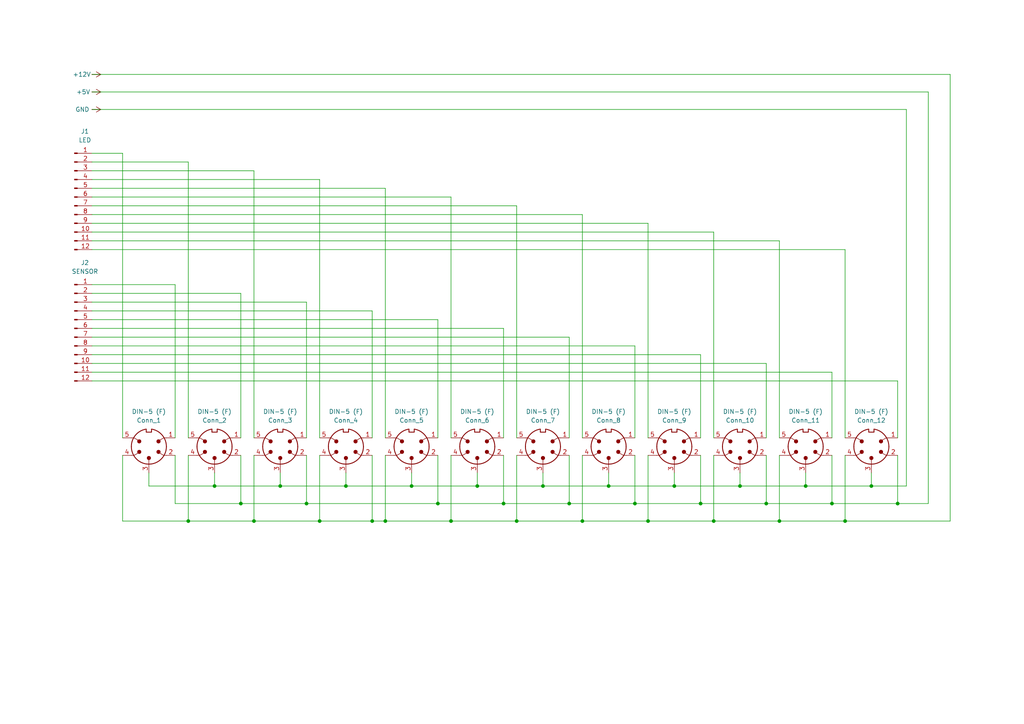
<source format=kicad_sch>
(kicad_sch (version 20231120) (generator "eeschema") (generator_version "8.0")
  (paper "A4")
  (title_block (title "Esquema Eléctrico Cableado Intermedio") (date "2025-01-29") (company "Andtonic Studios"))
  (lib_symbols
    (symbol "+5V_1" (power) (pin_numbers hide) (pin_names (offset 0) hide)
      (property "Value" "+5V" (at 0 3.556 0))
      (symbol "+5V_1_0_1"
        (polyline (pts (xy -0.762 1.27) (xy 0 2.54)))
        (polyline (pts (xy 0 0) (xy 0 2.54)))
        (polyline (pts (xy 0 2.54) (xy 0.762 1.27)))
      )
      (symbol "+5V_1_1_1"
        (pin power_in line (at 0 0 90) (length 0) (name "~") (number "1"))
      )
    )
    (symbol "Connector:Conn_01x12_Pin" (pin_names (offset 1.016) hide)
      (property "Reference" "J" (at 0 15.24 0))
      (property "Value" "Conn_01x12_Pin" (at 0 -17.78 0))
      (symbol "Conn_01x12_Pin_1_1"
        (polyline (pts (xy 1.27 -15.24) (xy 0.8636 -15.24)) (stroke (width 0.1524)))
        (polyline (pts (xy 1.27 -12.7) (xy 0.8636 -12.7)) (stroke (width 0.1524)))
        (polyline (pts (xy 1.27 -10.16) (xy 0.8636 -10.16)) (stroke (width 0.1524)))
        (polyline (pts (xy 1.27 -7.62) (xy 0.8636 -7.62)) (stroke (width 0.1524)))
        (polyline (pts (xy 1.27 -5.08) (xy 0.8636 -5.08)) (stroke (width 0.1524)))
        (polyline (pts (xy 1.27 -2.54) (xy 0.8636 -2.54)) (stroke (width 0.1524)))
        (polyline (pts (xy 1.27 0) (xy 0.8636 0)) (stroke (width 0.1524)))
        (polyline (pts (xy 1.27 2.54) (xy 0.8636 2.54)) (stroke (width 0.1524)))
        (polyline (pts (xy 1.27 5.08) (xy 0.8636 5.08)) (stroke (width 0.1524)))
        (polyline (pts (xy 1.27 7.62) (xy 0.8636 7.62)) (stroke (width 0.1524)))
        (polyline (pts (xy 1.27 10.16) (xy 0.8636 10.16)) (stroke (width 0.1524)))
        (polyline (pts (xy 1.27 12.7) (xy 0.8636 12.7)) (stroke (width 0.1524)))
        (rectangle (start 0.8636 -15.113) (end 0 -15.367) (stroke (width 0.1524)) (fill (type outline)))
        (rectangle (start 0.8636 -12.573) (end 0 -12.827) (stroke (width 0.1524)) (fill (type outline)))
        (rectangle (start 0.8636 -10.033) (end 0 -10.287) (stroke (width 0.1524)) (fill (type outline)))
        (rectangle (start 0.8636 -7.493) (end 0 -7.747) (stroke (width 0.1524)) (fill (type outline)))
        (rectangle (start 0.8636 -4.953) (end 0 -5.207) (stroke (width 0.1524)) (fill (type outline)))
        (rectangle (start 0.8636 -2.413) (end 0 -2.667) (stroke (width 0.1524)) (fill (type outline)))
        (rectangle (start 0.8636 0.127) (end 0 -0.127) (stroke (width 0.1524)) (fill (type outline)))
        (rectangle (start 0.8636 2.667) (end 0 2.413) (stroke (width 0.1524)) (fill (type outline)))
        (rectangle (start 0.8636 5.207) (end 0 4.953) (stroke (width 0.1524)) (fill (type outline)))
        (rectangle (start 0.8636 7.747) (end 0 7.493) (stroke (width 0.1524)) (fill (type outline)))
        (rectangle (start 0.8636 10.287) (end 0 10.033) (stroke (width 0.1524)) (fill (type outline)))
        (rectangle (start 0.8636 12.827) (end 0 12.573) (stroke (width 0.1524)) (fill (type outline)))
        (pin passive line (at 5.08 12.7 180) (length 3.81) (name "Pin_1") (number "1"))
        (pin passive line (at 5.08 -10.16 180) (length 3.81) (name "Pin_10") (number "10"))
        (pin passive line (at 5.08 -12.7 180) (length 3.81) (name "Pin_11") (number "11"))
        (pin passive line (at 5.08 -15.24 180) (length 3.81) (name "Pin_12") (number "12"))
        (pin passive line (at 5.08 10.16 180) (length 3.81) (name "Pin_2") (number "2"))
        (pin passive line (at 5.08 7.62 180) (length 3.81) (name "Pin_3") (number "3"))
        (pin passive line (at 5.08 5.08 180) (length 3.81) (name "Pin_4") (number "4"))
        (pin passive line (at 5.08 2.54 180) (length 3.81) (name "Pin_5") (number "5"))
        (pin passive line (at 5.08 0 180) (length 3.81) (name "Pin_6") (number "6"))
        (pin passive line (at 5.08 -2.54 180) (length 3.81) (name "Pin_7") (number "7"))
        (pin passive line (at 5.08 -5.08 180) (length 3.81) (name "Pin_8") (number "8"))
        (pin passive line (at 5.08 -7.62 180) (length 3.81) (name "Pin_9") (number "9"))
      )
    )
    (symbol "DIN-5_1" (pin_names (offset 1.016))
      (property "Reference" "J2" (at 0.0001 -7.62 0))
      (property "Value" "DIN-5" (at 0.0001 -10.16 0))
      (symbol "DIN-5_1_0_1"
        (arc (start -5.08 0) (mid -3.8609 -3.3364) (end -0.762 -5.08) (stroke (width 0.254)))
        (circle (center -2.794 -1.524) (radius 0.508) (fill (type outline)))
        (circle (center -2.794 1.524) (radius 0.508) (fill (type outline)))
        (polyline (pts (xy 0 5.08) (xy 0 3.81)))
        (polyline (pts (xy -5.08 -2.54) (xy -4.318 -2.54) (xy -3.175 -1.905)))
        (polyline (pts (xy -5.08 2.54) (xy -4.318 2.54) (xy -3.175 1.905)))
        (polyline (pts (xy 5.08 -2.54) (xy 4.318 -2.54) (xy 3.175 -1.905)))
        (polyline (pts (xy 5.08 2.54) (xy 4.318 2.54) (xy 3.175 1.905)))
        (polyline (pts (xy -0.762 -4.953) (xy -0.762 -4.191) (xy 0.762 -4.191) (xy 0.762 -4.953)) (stroke (width 0.254)))
        (circle (center 0 3.302) (radius 0.508) (fill (type outline)))
        (arc (start 0.762 -5.08) (mid 3.8685 -3.343) (end 5.08 0) (stroke (width 0.254)))
        (circle (center 2.794 -1.524) (radius 0.508) (fill (type outline)))
        (circle (center 2.794 1.524) (radius 0.508) (fill (type outline)))
        (arc (start 5.08 0) (mid 0 5.0579) (end -5.08 0) (stroke (width 0.254)))
      )
      (symbol "DIN-5_1_1_1"
        (pin passive line (at -7.62 -2.54 0) (length 2.54) (name "~") (number "1"))
        (pin passive line (at -7.62 2.54 0) (length 2.54) (name "~") (number "2"))
        (pin passive line (at 0 7.62 270) (length 2.54) (name "~") (number "3"))
        (pin passive line (at 7.62 2.54 180) (length 2.54) (name "~") (number "4"))
        (pin passive line (at 7.62 -2.54 180) (length 2.54) (name "~") (number "5"))
      )
    )
    (symbol "power:+5V" (power) (pin_numbers hide) (pin_names (offset 0) hide)
      (property "Value" "+5V" (at 0 3.556 0))
      (symbol "+5V_0_1"
        (polyline (pts (xy -0.762 1.27) (xy 0 2.54)))
        (polyline (pts (xy 0 0) (xy 0 2.54)))
        (polyline (pts (xy 0 2.54) (xy 0.762 1.27)))
      )
      (symbol "+5V_1_1"
        (pin power_in line (at 0 0 90) (length 0) (name "~") (number "1"))
      )
    )
  )
  (junction (at 146.05 146.05))
  (junction (at 184.15 146.05))
  (junction (at 73.66 151.13))
  (junction (at 241.3 146.05))
  (junction (at 100.33 140.97))
  (junction (at 157.48 140.97))
  (junction (at 119.38 140.97))
  (junction (at 207.01 151.13))
  (junction (at 176.53 140.97))
  (junction (at 168.91 151.13))
  (junction (at 203.2 146.05))
  (junction (at 195.58 140.97))
  (junction (at 107.95 151.13))
  (junction (at 92.71 151.13))
  (junction (at 69.85 146.05))
  (junction (at 222.25 146.05))
  (junction (at 233.68 140.97))
  (junction (at 214.63 140.97))
  (junction (at 130.81 151.13))
  (junction (at 245.11 151.13))
  (junction (at 187.96 151.13))
  (junction (at 260.35 146.05))
  (junction (at 54.61 151.13))
  (junction (at 81.28 140.97))
  (junction (at 149.86 151.13))
  (junction (at 127 146.05))
  (junction (at 88.9 146.05))
  (junction (at 138.43 140.97))
  (junction (at 111.76 151.13))
  (junction (at 252.73 140.97))
  (junction (at 226.06 151.13))
  (junction (at 62.23 140.97))
  (junction (at 165.1 146.05))
  (wire (pts (xy 69.85 146.05) (xy 50.8 146.05)))
  (wire (pts (xy 119.38 140.97) (xy 100.33 140.97)))
  (wire (pts (xy 149.86 151.13) (xy 130.81 151.13)))
  (wire (pts (xy 203.2 146.05) (xy 184.15 146.05)))
  (wire (pts (xy 184.15 132.08) (xy 184.15 146.05)))
  (wire (pts (xy 214.63 140.97) (xy 195.58 140.97)))
  (wire (pts (xy 146.05 132.08) (xy 146.05 146.05)))
  (wire (pts (xy 26.67 92.71) (xy 127 92.71)))
  (wire (pts (xy 195.58 137.16) (xy 195.58 140.97)))
  (wire (pts (xy 269.24 26.67) (xy 269.24 146.05)))
  (wire (pts (xy 100.33 137.16) (xy 100.33 140.97)))
  (wire (pts (xy 138.43 140.97) (xy 119.38 140.97)))
  (wire (pts (xy 50.8 132.08) (xy 50.8 146.05)))
  (wire (pts (xy 54.61 132.08) (xy 54.61 151.13)))
  (wire (pts (xy 26.67 72.39) (xy 245.11 72.39)))
  (wire (pts (xy 176.53 137.16) (xy 176.53 140.97)))
  (wire (pts (xy 245.11 132.08) (xy 245.11 151.13)))
  (wire (pts (xy 184.15 100.33) (xy 184.15 127)))
  (wire (pts (xy 207.01 67.31) (xy 207.01 127)))
  (wire (pts (xy 26.67 95.25) (xy 146.05 95.25)))
  (wire (pts (xy 184.15 146.05) (xy 165.1 146.05)))
  (wire (pts (xy 88.9 132.08) (xy 88.9 146.05)))
  (wire (pts (xy 127 132.08) (xy 127 146.05)))
  (wire (pts (xy 245.11 151.13) (xy 226.06 151.13)))
  (wire (pts (xy 26.67 52.07) (xy 92.71 52.07)))
  (wire (pts (xy 26.67 87.63) (xy 88.9 87.63)))
  (wire (pts (xy 88.9 146.05) (xy 69.85 146.05)))
  (wire (pts (xy 130.81 132.08) (xy 130.81 151.13)))
  (wire (pts (xy 54.61 46.99) (xy 54.61 127)))
  (wire (pts (xy 262.89 140.97) (xy 252.73 140.97)))
  (wire (pts (xy 73.66 132.08) (xy 73.66 151.13)))
  (wire (pts (xy 35.56 151.13) (xy 35.56 132.08)))
  (wire (pts (xy 203.2 102.87) (xy 203.2 127)))
  (wire (pts (xy 107.95 151.13) (xy 92.71 151.13)))
  (wire (pts (xy 157.48 140.97) (xy 138.43 140.97)))
  (wire (pts (xy 241.3 146.05) (xy 222.25 146.05)))
  (wire (pts (xy 26.67 49.53) (xy 73.66 49.53)))
  (wire (pts (xy 26.67 64.77) (xy 187.96 64.77)))
  (wire (pts (xy 26.67 67.31) (xy 207.01 67.31)))
  (wire (pts (xy 130.81 57.15) (xy 130.81 127)))
  (wire (pts (xy 73.66 151.13) (xy 54.61 151.13)))
  (wire (pts (xy 252.73 140.97) (xy 233.68 140.97)))
  (wire (pts (xy 168.91 151.13) (xy 149.86 151.13)))
  (wire (pts (xy 149.86 59.69) (xy 149.86 127)))
  (wire (pts (xy 214.63 137.16) (xy 214.63 140.97)))
  (wire (pts (xy 138.43 137.16) (xy 138.43 140.97)))
  (wire (pts (xy 26.67 100.33) (xy 184.15 100.33)))
  (wire (pts (xy 26.67 59.69) (xy 149.86 59.69)))
  (wire (pts (xy 100.33 140.97) (xy 81.28 140.97)))
  (wire (pts (xy 111.76 132.08) (xy 111.76 151.13)))
  (wire (pts (xy 241.3 107.95) (xy 241.3 127)))
  (wire (pts (xy 127 92.71) (xy 127 127)))
  (wire (pts (xy 107.95 90.17) (xy 107.95 127)))
  (wire (pts (xy 26.67 69.85) (xy 226.06 69.85)))
  (wire (pts (xy 35.56 44.45) (xy 35.56 127)))
  (wire (pts (xy 187.96 132.08) (xy 187.96 151.13)))
  (wire (pts (xy 275.59 151.13) (xy 245.11 151.13)))
  (wire (pts (xy 69.85 132.08) (xy 69.85 146.05)))
  (wire (pts (xy 165.1 132.08) (xy 165.1 146.05)))
  (wire (pts (xy 146.05 146.05) (xy 127 146.05)))
  (wire (pts (xy 241.3 132.08) (xy 241.3 146.05)))
  (wire (pts (xy 62.23 140.97) (xy 43.18 140.97)))
  (wire (pts (xy 187.96 64.77) (xy 187.96 127)))
  (wire (pts (xy 26.67 54.61) (xy 111.76 54.61)))
  (wire (pts (xy 92.71 132.08) (xy 92.71 151.13)))
  (wire (pts (xy 62.23 137.16) (xy 62.23 140.97)))
  (wire (pts (xy 260.35 132.08) (xy 260.35 146.05)))
  (wire (pts (xy 26.67 82.55) (xy 50.8 82.55)))
  (wire (pts (xy 92.71 52.07) (xy 92.71 127)))
  (wire (pts (xy 146.05 95.25) (xy 146.05 127)))
  (wire (pts (xy 165.1 97.79) (xy 165.1 127)))
  (wire (pts (xy 26.67 62.23) (xy 168.91 62.23)))
  (wire (pts (xy 26.67 46.99) (xy 54.61 46.99)))
  (wire (pts (xy 127 146.05) (xy 88.9 146.05)))
  (wire (pts (xy 26.67 57.15) (xy 130.81 57.15)))
  (wire (pts (xy 92.71 151.13) (xy 73.66 151.13)))
  (wire (pts (xy 107.95 132.08) (xy 107.95 151.13)))
  (wire (pts (xy 81.28 140.97) (xy 62.23 140.97)))
  (wire (pts (xy 222.25 146.05) (xy 203.2 146.05)))
  (wire (pts (xy 26.67 26.67) (xy 269.24 26.67)))
  (wire (pts (xy 73.66 49.53) (xy 73.66 127)))
  (wire (pts (xy 262.89 31.75) (xy 262.89 140.97)))
  (wire (pts (xy 233.68 137.16) (xy 233.68 140.97)))
  (wire (pts (xy 269.24 146.05) (xy 260.35 146.05)))
  (wire (pts (xy 69.85 85.09) (xy 69.85 127)))
  (wire (pts (xy 43.18 140.97) (xy 43.18 137.16)))
  (wire (pts (xy 130.81 151.13) (xy 111.76 151.13)))
  (wire (pts (xy 81.28 137.16) (xy 81.28 140.97)))
  (wire (pts (xy 260.35 146.05) (xy 241.3 146.05)))
  (wire (pts (xy 54.61 151.13) (xy 35.56 151.13)))
  (wire (pts (xy 187.96 151.13) (xy 168.91 151.13)))
  (wire (pts (xy 26.67 110.49) (xy 260.35 110.49)))
  (wire (pts (xy 222.25 132.08) (xy 222.25 146.05)))
  (wire (pts (xy 168.91 132.08) (xy 168.91 151.13)))
  (wire (pts (xy 226.06 69.85) (xy 226.06 127)))
  (wire (pts (xy 157.48 137.16) (xy 157.48 140.97)))
  (wire (pts (xy 26.67 44.45) (xy 35.56 44.45)))
  (wire (pts (xy 260.35 110.49) (xy 260.35 127)))
  (wire (pts (xy 111.76 151.13) (xy 107.95 151.13)))
  (wire (pts (xy 233.68 140.97) (xy 214.63 140.97)))
  (wire (pts (xy 26.67 102.87) (xy 203.2 102.87)))
  (wire (pts (xy 50.8 82.55) (xy 50.8 127)))
  (wire (pts (xy 226.06 151.13) (xy 207.01 151.13)))
  (wire (pts (xy 207.01 132.08) (xy 207.01 151.13)))
  (wire (pts (xy 203.2 132.08) (xy 203.2 146.05)))
  (wire (pts (xy 252.73 137.16) (xy 252.73 140.97)))
  (wire (pts (xy 26.67 90.17) (xy 107.95 90.17)))
  (wire (pts (xy 195.58 140.97) (xy 176.53 140.97)))
  (wire (pts (xy 88.9 87.63) (xy 88.9 127)))
  (wire (pts (xy 226.06 132.08) (xy 226.06 151.13)))
  (wire (pts (xy 245.11 72.39) (xy 245.11 127)))
  (wire (pts (xy 26.67 105.41) (xy 222.25 105.41)))
  (wire (pts (xy 26.67 107.95) (xy 241.3 107.95)))
  (wire (pts (xy 119.38 137.16) (xy 119.38 140.97)))
  (wire (pts (xy 207.01 151.13) (xy 187.96 151.13)))
  (wire (pts (xy 168.91 62.23) (xy 168.91 127)))
  (wire (pts (xy 222.25 105.41) (xy 222.25 127)))
  (wire (pts (xy 26.67 21.59) (xy 275.59 21.59)))
  (wire (pts (xy 26.67 97.79) (xy 165.1 97.79)))
  (wire (pts (xy 111.76 54.61) (xy 111.76 127)))
  (wire (pts (xy 165.1 146.05) (xy 146.05 146.05)))
  (wire (pts (xy 275.59 21.59) (xy 275.59 151.13)))
  (wire (pts (xy 176.53 140.97) (xy 157.48 140.97)))
  (wire (pts (xy 149.86 132.08) (xy 149.86 151.13)))
  (wire (pts (xy 26.67 31.75) (xy 262.89 31.75)))
  (wire (pts (xy 26.67 85.09) (xy 69.85 85.09)))
  (symbol (lib_id "Connector:Conn_01x12_Pin") (at 21.59 57.15 0) (unit 1)
    (property "Reference" "J1" (at 24.638 38.1 0))
    (property "Value" "LED" (at 24.638 40.64 0))
    (property "Description" "Generic connector, single row, 01x12, script generated" (effects (hide yes)))
  )
  (symbol (lib_name "DIN-5_1") (lib_id "Connector:DIN-5") (at 233.68 129.54 180) (unit 1)
    (property "Reference" "Conn_11" (at 233.6799 121.92 0))
    (property "Value" "DIN-5 (F)" (at 233.6799 119.38 0))
    (property "Datasheet" "http://www.mouser.com/ds/2/18/40_c091_abd_e-75918.pdf" (effects (hide yes)))
    (property "Description" "5-pin DIN connector" (effects (hide yes)))
  )
  (symbol (lib_name "DIN-5_1") (lib_id "Connector:DIN-5") (at 138.43 129.54 180) (unit 1)
    (property "Reference" "Conn_6" (at 138.4299 121.92 0))
    (property "Value" "DIN-5 (F)" (at 138.4299 119.38 0))
    (property "Datasheet" "http://www.mouser.com/ds/2/18/40_c091_abd_e-75918.pdf" (effects (hide yes)))
    (property "Description" "5-pin DIN connector" (effects (hide yes)))
  )
  (symbol (lib_name "+5V_1") (lib_id "power:+5V") (at 26.67 26.67 270) (unit 1)
    (property "Reference" "#PWR01" (effects (hide yes)))
    (property "Value" "+5V" (at 22.098 26.67 90) (effects (justify left)))
    (property "Description" "Power symbol creates a global label with name \"+5V\"" (effects (hide yes)))
  )
  (symbol (lib_name "DIN-5_1") (lib_id "Connector:DIN-5") (at 195.58 129.54 180) (unit 1)
    (property "Reference" "Conn_9" (at 195.5799 121.92 0))
    (property "Value" "DIN-5 (F)" (at 195.5799 119.38 0))
    (property "Datasheet" "http://www.mouser.com/ds/2/18/40_c091_abd_e-75918.pdf" (effects (hide yes)))
    (property "Description" "5-pin DIN connector" (effects (hide yes)))
  )
  (symbol (lib_name "DIN-5_1") (lib_id "Connector:DIN-5") (at 252.73 129.54 180) (unit 1)
    (property "Reference" "Conn_12" (at 252.7299 121.92 0))
    (property "Value" "DIN-5 (F)" (at 252.7299 119.38 0))
    (property "Datasheet" "http://www.mouser.com/ds/2/18/40_c091_abd_e-75918.pdf" (effects (hide yes)))
    (property "Description" "5-pin DIN connector" (effects (hide yes)))
  )
  (symbol (lib_id "Connector:Conn_01x12_Pin") (at 21.59 95.25 0) (unit 1)
    (property "Reference" "J2" (at 24.638 76.2 0))
    (property "Value" "SENSOR" (at 24.638 78.74 0))
    (property "Description" "Generic connector, single row, 01x12, script generated" (effects (hide yes)))
  )
  (symbol (lib_name "DIN-5_1") (lib_id "Connector:DIN-5") (at 62.23 129.54 180) (unit 1)
    (property "Reference" "Conn_2" (at 62.2299 121.92 0))
    (property "Value" "DIN-5 (F)" (at 62.2299 119.38 0))
    (property "Datasheet" "http://www.mouser.com/ds/2/18/40_c091_abd_e-75918.pdf" (effects (hide yes)))
    (property "Description" "5-pin DIN connector" (effects (hide yes)))
  )
  (symbol (lib_name "DIN-5_1") (lib_id "Connector:DIN-5") (at 157.48 129.54 180) (unit 1)
    (property "Reference" "Conn_7" (at 157.4799 121.92 0))
    (property "Value" "DIN-5 (F)" (at 157.4799 119.38 0))
    (property "Datasheet" "http://www.mouser.com/ds/2/18/40_c091_abd_e-75918.pdf" (effects (hide yes)))
    (property "Description" "5-pin DIN connector" (effects (hide yes)))
  )
  (symbol (lib_name "DIN-5_1") (lib_id "Connector:DIN-5") (at 81.28 129.54 180) (unit 1)
    (property "Reference" "Conn_3" (at 81.2799 121.92 0))
    (property "Value" "DIN-5 (F)" (at 81.2799 119.38 0))
    (property "Datasheet" "http://www.mouser.com/ds/2/18/40_c091_abd_e-75918.pdf" (effects (hide yes)))
    (property "Description" "5-pin DIN connector" (effects (hide yes)))
  )
  (symbol (lib_name "DIN-5_1") (lib_id "Connector:DIN-5") (at 100.33 129.54 180) (unit 1)
    (property "Reference" "Conn_4" (at 100.3299 121.92 0))
    (property "Value" "DIN-5 (F)" (at 100.3299 119.38 0))
    (property "Datasheet" "http://www.mouser.com/ds/2/18/40_c091_abd_e-75918.pdf" (effects (hide yes)))
    (property "Description" "5-pin DIN connector" (effects (hide yes)))
  )
  (symbol (lib_name "DIN-5_1") (lib_id "Connector:DIN-5") (at 43.18 129.54 180) (unit 1)
    (property "Reference" "Conn_1" (at 43.1799 121.92 0))
    (property "Value" "DIN-5 (F)" (at 43.1799 119.38 0))
    (property "Datasheet" "http://www.mouser.com/ds/2/18/40_c091_abd_e-75918.pdf" (effects (hide yes)))
    (property "Description" "5-pin DIN connector" (effects (hide yes)))
  )
  (symbol (lib_name "DIN-5_1") (lib_id "Connector:DIN-5") (at 176.53 129.54 180) (unit 1)
    (property "Reference" "Conn_8" (at 176.5299 121.92 0))
    (property "Value" "DIN-5 (F)" (at 176.5299 119.38 0))
    (property "Datasheet" "http://www.mouser.com/ds/2/18/40_c091_abd_e-75918.pdf" (effects (hide yes)))
    (property "Description" "5-pin DIN connector" (effects (hide yes)))
  )
  (symbol (lib_name "DIN-5_1") (lib_id "Connector:DIN-5") (at 214.63 129.54 180) (unit 1)
    (property "Reference" "Conn_10" (at 214.6299 121.92 0))
    (property "Value" "DIN-5 (F)" (at 214.6299 119.38 0))
    (property "Datasheet" "http://www.mouser.com/ds/2/18/40_c091_abd_e-75918.pdf" (effects (hide yes)))
    (property "Description" "5-pin DIN connector" (effects (hide yes)))
  )
  (symbol (lib_name "DIN-5_1") (lib_id "Connector:DIN-5") (at 119.38 129.54 180) (unit 1)
    (property "Reference" "Conn_5" (at 119.3799 121.92 0))
    (property "Value" "DIN-5 (F)" (at 119.3799 119.38 0))
    (property "Datasheet" "http://www.mouser.com/ds/2/18/40_c091_abd_e-75918.pdf" (effects (hide yes)))
    (property "Description" "5-pin DIN connector" (effects (hide yes)))
  )
  (symbol (lib_id "power:+5V") (at 26.67 21.59 270) (unit 1)
    (property "Reference" "#PWR03" (effects (hide yes)))
    (property "Value" "+12V" (at 21.082 21.59 90) (effects (justify left)))
    (property "Description" "Power symbol creates a global label with name \"+5V\"" (effects (hide yes)))
  )
  (symbol (lib_id "power:+5V") (at 26.67 31.75 270) (unit 1)
    (property "Reference" "#PWR02" (effects (hide yes)))
    (property "Value" "GND" (at 21.844 31.75 90) (effects (justify left)))
    (property "Description" "Power symbol creates a global label with name \"+5V\"" (effects (hide yes)))
  )
)
</source>
